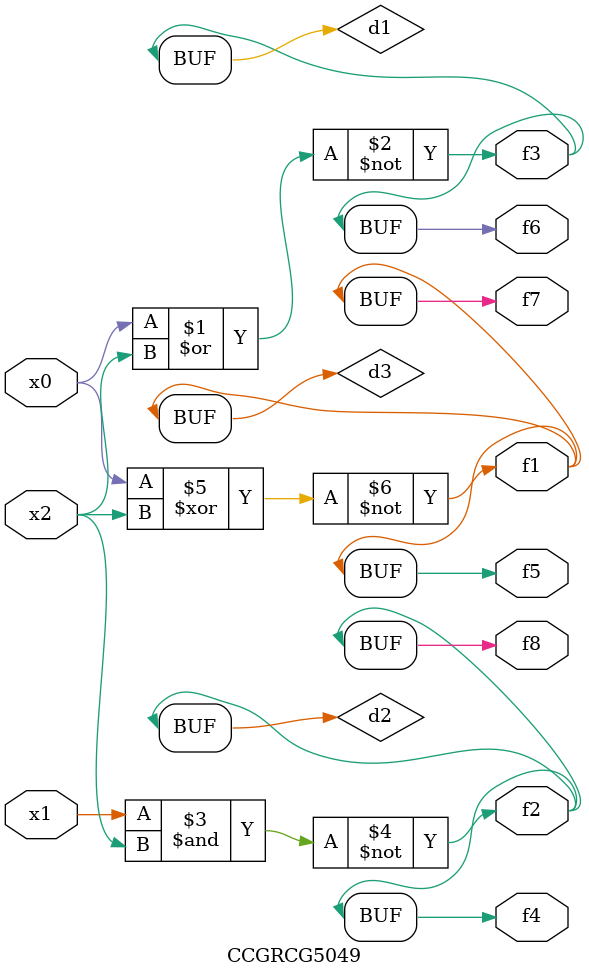
<source format=v>
module CCGRCG5049(
	input x0, x1, x2,
	output f1, f2, f3, f4, f5, f6, f7, f8
);

	wire d1, d2, d3;

	nor (d1, x0, x2);
	nand (d2, x1, x2);
	xnor (d3, x0, x2);
	assign f1 = d3;
	assign f2 = d2;
	assign f3 = d1;
	assign f4 = d2;
	assign f5 = d3;
	assign f6 = d1;
	assign f7 = d3;
	assign f8 = d2;
endmodule

</source>
